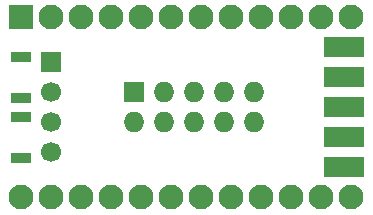
<source format=gbr>
G04 #@! TF.GenerationSoftware,KiCad,Pcbnew,5.1.5+dfsg1-2build2*
G04 #@! TF.CreationDate,2021-03-15T22:22:15+01:00*
G04 #@! TF.ProjectId,ProMicro_CONN,50726f4d-6963-4726-9f5f-434f4e4e2e6b,v1.5*
G04 #@! TF.SameCoordinates,Original*
G04 #@! TF.FileFunction,Soldermask,Bot*
G04 #@! TF.FilePolarity,Negative*
%FSLAX46Y46*%
G04 Gerber Fmt 4.6, Leading zero omitted, Abs format (unit mm)*
G04 Created by KiCad*
%MOMM*%
%LPD*%
G04 APERTURE LIST*
%ADD10O,1.727200X1.727200*%
%ADD11R,1.727200X1.727200*%
%ADD12R,2.100000X2.100000*%
%ADD13C,2.100000*%
%ADD14R,1.700000X0.900000*%
%ADD15R,3.454400X1.727200*%
%ADD16C,1.700000*%
%ADD17R,1.700000X1.700000*%
G04 APERTURE END LIST*
D10*
X156845000Y-113030000D03*
X156845000Y-110490000D03*
X154305000Y-113030000D03*
X154305000Y-110490000D03*
X151765000Y-113030000D03*
X151765000Y-110490000D03*
X149225000Y-113030000D03*
X149225000Y-110490000D03*
X146685000Y-113030000D03*
D11*
X146685000Y-110490000D03*
D12*
X137160000Y-104140000D03*
D13*
X139700000Y-104140000D03*
X142240000Y-104140000D03*
X165100000Y-119380000D03*
X144780000Y-104140000D03*
X162560000Y-119380000D03*
X147320000Y-104140000D03*
X160020000Y-119380000D03*
X149860000Y-104140000D03*
X157480000Y-119380000D03*
X152400000Y-104140000D03*
X154940000Y-119380000D03*
X154940000Y-104140000D03*
X152400000Y-119380000D03*
X157480000Y-104140000D03*
X149860000Y-119380000D03*
X160020000Y-104140000D03*
X147320000Y-119380000D03*
X162560000Y-104140000D03*
X144780000Y-119380000D03*
X165100000Y-104140000D03*
X142240000Y-119380000D03*
X139700000Y-119380000D03*
X137160000Y-119380000D03*
D14*
X137160000Y-107520000D03*
X137160000Y-110920000D03*
D15*
X164465000Y-114300000D03*
X164465000Y-116840000D03*
X164465000Y-111760000D03*
X164465000Y-109220000D03*
X164465000Y-106680000D03*
D14*
X137096548Y-116000000D03*
X137096548Y-112600000D03*
D16*
X139700000Y-115570000D03*
X139700000Y-113030000D03*
X139700000Y-110490000D03*
D17*
X139700000Y-107950000D03*
M02*

</source>
